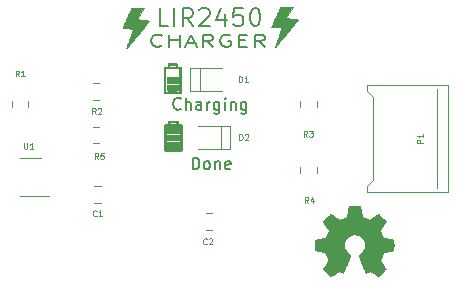
<source format=gbr>
G04 #@! TF.GenerationSoftware,KiCad,Pcbnew,(5.1.2-1)-1*
G04 #@! TF.CreationDate,2021-02-06T10:41:02+01:00*
G04 #@! TF.ProjectId,lir2450-charger,6c697232-3435-4302-9d63-686172676572,1.0.0*
G04 #@! TF.SameCoordinates,Original*
G04 #@! TF.FileFunction,Legend,Top*
G04 #@! TF.FilePolarity,Positive*
%FSLAX46Y46*%
G04 Gerber Fmt 4.6, Leading zero omitted, Abs format (unit mm)*
G04 Created by KiCad (PCBNEW (5.1.2-1)-1) date 2021-02-06 10:41:02*
%MOMM*%
%LPD*%
G04 APERTURE LIST*
%ADD10C,0.150000*%
%ADD11C,0.120000*%
%ADD12C,0.200000*%
%ADD13C,0.010000*%
%ADD14C,0.100000*%
%ADD15C,0.125000*%
G04 APERTURE END LIST*
D10*
X69107142Y-37107142D02*
X69035714Y-37154761D01*
X68821428Y-37202380D01*
X68678571Y-37202380D01*
X68464285Y-37154761D01*
X68321428Y-37059523D01*
X68250000Y-36964285D01*
X68178571Y-36773809D01*
X68178571Y-36630952D01*
X68250000Y-36440476D01*
X68321428Y-36345238D01*
X68464285Y-36250000D01*
X68678571Y-36202380D01*
X68821428Y-36202380D01*
X69035714Y-36250000D01*
X69107142Y-36297619D01*
X69750000Y-37202380D02*
X69750000Y-36202380D01*
X69750000Y-36678571D02*
X70607142Y-36678571D01*
X70607142Y-37202380D02*
X70607142Y-36202380D01*
X71250000Y-36916666D02*
X71964285Y-36916666D01*
X71107142Y-37202380D02*
X71607142Y-36202380D01*
X72107142Y-37202380D01*
X73464285Y-37202380D02*
X72964285Y-36726190D01*
X72607142Y-37202380D02*
X72607142Y-36202380D01*
X73178571Y-36202380D01*
X73321428Y-36250000D01*
X73392857Y-36297619D01*
X73464285Y-36392857D01*
X73464285Y-36535714D01*
X73392857Y-36630952D01*
X73321428Y-36678571D01*
X73178571Y-36726190D01*
X72607142Y-36726190D01*
X74892857Y-36250000D02*
X74750000Y-36202380D01*
X74535714Y-36202380D01*
X74321428Y-36250000D01*
X74178571Y-36345238D01*
X74107142Y-36440476D01*
X74035714Y-36630952D01*
X74035714Y-36773809D01*
X74107142Y-36964285D01*
X74178571Y-37059523D01*
X74321428Y-37154761D01*
X74535714Y-37202380D01*
X74678571Y-37202380D01*
X74892857Y-37154761D01*
X74964285Y-37107142D01*
X74964285Y-36773809D01*
X74678571Y-36773809D01*
X75607142Y-36678571D02*
X76107142Y-36678571D01*
X76321428Y-37202380D02*
X75607142Y-37202380D01*
X75607142Y-36202380D01*
X76321428Y-36202380D01*
X77821428Y-37202380D02*
X77321428Y-36726190D01*
X76964285Y-37202380D02*
X76964285Y-36202380D01*
X77535714Y-36202380D01*
X77678571Y-36250000D01*
X77750000Y-36297619D01*
X77821428Y-36392857D01*
X77821428Y-36535714D01*
X77750000Y-36630952D01*
X77678571Y-36678571D01*
X77535714Y-36726190D01*
X76964285Y-36726190D01*
D11*
X72300000Y-39000000D02*
X72300000Y-41000000D01*
X74100000Y-44000000D02*
X74100000Y-45800000D01*
D10*
X71704761Y-47602380D02*
X71704761Y-46602380D01*
X71942857Y-46602380D01*
X72085714Y-46650000D01*
X72180952Y-46745238D01*
X72228571Y-46840476D01*
X72276190Y-47030952D01*
X72276190Y-47173809D01*
X72228571Y-47364285D01*
X72180952Y-47459523D01*
X72085714Y-47554761D01*
X71942857Y-47602380D01*
X71704761Y-47602380D01*
X72847619Y-47602380D02*
X72752380Y-47554761D01*
X72704761Y-47507142D01*
X72657142Y-47411904D01*
X72657142Y-47126190D01*
X72704761Y-47030952D01*
X72752380Y-46983333D01*
X72847619Y-46935714D01*
X72990476Y-46935714D01*
X73085714Y-46983333D01*
X73133333Y-47030952D01*
X73180952Y-47126190D01*
X73180952Y-47411904D01*
X73133333Y-47507142D01*
X73085714Y-47554761D01*
X72990476Y-47602380D01*
X72847619Y-47602380D01*
X73609523Y-46935714D02*
X73609523Y-47602380D01*
X73609523Y-47030952D02*
X73657142Y-46983333D01*
X73752380Y-46935714D01*
X73895238Y-46935714D01*
X73990476Y-46983333D01*
X74038095Y-47078571D01*
X74038095Y-47602380D01*
X74895238Y-47554761D02*
X74800000Y-47602380D01*
X74609523Y-47602380D01*
X74514285Y-47554761D01*
X74466666Y-47459523D01*
X74466666Y-47078571D01*
X74514285Y-46983333D01*
X74609523Y-46935714D01*
X74800000Y-46935714D01*
X74895238Y-46983333D01*
X74942857Y-47078571D01*
X74942857Y-47173809D01*
X74466666Y-47269047D01*
D12*
X69650000Y-35478571D02*
X68935714Y-35478571D01*
X68935714Y-33978571D01*
X70150000Y-35478571D02*
X70150000Y-33978571D01*
X71721428Y-35478571D02*
X71221428Y-34764285D01*
X70864285Y-35478571D02*
X70864285Y-33978571D01*
X71435714Y-33978571D01*
X71578571Y-34050000D01*
X71650000Y-34121428D01*
X71721428Y-34264285D01*
X71721428Y-34478571D01*
X71650000Y-34621428D01*
X71578571Y-34692857D01*
X71435714Y-34764285D01*
X70864285Y-34764285D01*
X72292857Y-34121428D02*
X72364285Y-34050000D01*
X72507142Y-33978571D01*
X72864285Y-33978571D01*
X73007142Y-34050000D01*
X73078571Y-34121428D01*
X73150000Y-34264285D01*
X73150000Y-34407142D01*
X73078571Y-34621428D01*
X72221428Y-35478571D01*
X73150000Y-35478571D01*
X74435714Y-34478571D02*
X74435714Y-35478571D01*
X74078571Y-33907142D02*
X73721428Y-34978571D01*
X74650000Y-34978571D01*
X75935714Y-33978571D02*
X75221428Y-33978571D01*
X75150000Y-34692857D01*
X75221428Y-34621428D01*
X75364285Y-34550000D01*
X75721428Y-34550000D01*
X75864285Y-34621428D01*
X75935714Y-34692857D01*
X76007142Y-34835714D01*
X76007142Y-35192857D01*
X75935714Y-35335714D01*
X75864285Y-35407142D01*
X75721428Y-35478571D01*
X75364285Y-35478571D01*
X75221428Y-35407142D01*
X75150000Y-35335714D01*
X76935714Y-33978571D02*
X77078571Y-33978571D01*
X77221428Y-34050000D01*
X77292857Y-34121428D01*
X77364285Y-34264285D01*
X77435714Y-34550000D01*
X77435714Y-34907142D01*
X77364285Y-35192857D01*
X77292857Y-35335714D01*
X77221428Y-35407142D01*
X77078571Y-35478571D01*
X76935714Y-35478571D01*
X76792857Y-35407142D01*
X76721428Y-35335714D01*
X76650000Y-35192857D01*
X76578571Y-34907142D01*
X76578571Y-34550000D01*
X76650000Y-34264285D01*
X76721428Y-34121428D01*
X76792857Y-34050000D01*
X76935714Y-33978571D01*
D10*
X70700000Y-42457142D02*
X70652380Y-42504761D01*
X70509523Y-42552380D01*
X70414285Y-42552380D01*
X70271428Y-42504761D01*
X70176190Y-42409523D01*
X70128571Y-42314285D01*
X70080952Y-42123809D01*
X70080952Y-41980952D01*
X70128571Y-41790476D01*
X70176190Y-41695238D01*
X70271428Y-41600000D01*
X70414285Y-41552380D01*
X70509523Y-41552380D01*
X70652380Y-41600000D01*
X70700000Y-41647619D01*
X71128571Y-42552380D02*
X71128571Y-41552380D01*
X71557142Y-42552380D02*
X71557142Y-42028571D01*
X71509523Y-41933333D01*
X71414285Y-41885714D01*
X71271428Y-41885714D01*
X71176190Y-41933333D01*
X71128571Y-41980952D01*
X72461904Y-42552380D02*
X72461904Y-42028571D01*
X72414285Y-41933333D01*
X72319047Y-41885714D01*
X72128571Y-41885714D01*
X72033333Y-41933333D01*
X72461904Y-42504761D02*
X72366666Y-42552380D01*
X72128571Y-42552380D01*
X72033333Y-42504761D01*
X71985714Y-42409523D01*
X71985714Y-42314285D01*
X72033333Y-42219047D01*
X72128571Y-42171428D01*
X72366666Y-42171428D01*
X72461904Y-42123809D01*
X72938095Y-42552380D02*
X72938095Y-41885714D01*
X72938095Y-42076190D02*
X72985714Y-41980952D01*
X73033333Y-41933333D01*
X73128571Y-41885714D01*
X73223809Y-41885714D01*
X73985714Y-41885714D02*
X73985714Y-42695238D01*
X73938095Y-42790476D01*
X73890476Y-42838095D01*
X73795238Y-42885714D01*
X73652380Y-42885714D01*
X73557142Y-42838095D01*
X73985714Y-42504761D02*
X73890476Y-42552380D01*
X73700000Y-42552380D01*
X73604761Y-42504761D01*
X73557142Y-42457142D01*
X73509523Y-42361904D01*
X73509523Y-42076190D01*
X73557142Y-41980952D01*
X73604761Y-41933333D01*
X73700000Y-41885714D01*
X73890476Y-41885714D01*
X73985714Y-41933333D01*
X74461904Y-42552380D02*
X74461904Y-41885714D01*
X74461904Y-41552380D02*
X74414285Y-41600000D01*
X74461904Y-41647619D01*
X74509523Y-41600000D01*
X74461904Y-41552380D01*
X74461904Y-41647619D01*
X74938095Y-41885714D02*
X74938095Y-42552380D01*
X74938095Y-41980952D02*
X74985714Y-41933333D01*
X75080952Y-41885714D01*
X75223809Y-41885714D01*
X75319047Y-41933333D01*
X75366666Y-42028571D01*
X75366666Y-42552380D01*
X76271428Y-41885714D02*
X76271428Y-42695238D01*
X76223809Y-42790476D01*
X76176190Y-42838095D01*
X76080952Y-42885714D01*
X75938095Y-42885714D01*
X75842857Y-42838095D01*
X76271428Y-42504761D02*
X76176190Y-42552380D01*
X75985714Y-42552380D01*
X75890476Y-42504761D01*
X75842857Y-42457142D01*
X75795238Y-42361904D01*
X75795238Y-42076190D01*
X75842857Y-41980952D01*
X75890476Y-41933333D01*
X75985714Y-41885714D01*
X76176190Y-41885714D01*
X76271428Y-41933333D01*
D13*
G36*
X85955814Y-51168931D02*
G01*
X86039635Y-51613555D01*
X86348920Y-51741053D01*
X86658206Y-51868551D01*
X87029246Y-51616246D01*
X87133157Y-51545996D01*
X87227087Y-51483272D01*
X87306652Y-51430938D01*
X87367470Y-51391857D01*
X87405157Y-51368893D01*
X87415421Y-51363942D01*
X87433910Y-51376676D01*
X87473420Y-51411882D01*
X87529522Y-51465062D01*
X87597787Y-51531718D01*
X87673786Y-51607354D01*
X87753092Y-51687472D01*
X87831275Y-51767574D01*
X87903907Y-51843164D01*
X87966559Y-51909745D01*
X88014803Y-51962818D01*
X88044210Y-51997887D01*
X88051241Y-52009623D01*
X88041123Y-52031260D01*
X88012759Y-52078662D01*
X87969129Y-52147193D01*
X87913218Y-52232215D01*
X87848006Y-52329093D01*
X87810219Y-52384350D01*
X87741343Y-52485248D01*
X87680140Y-52576299D01*
X87629578Y-52652970D01*
X87592628Y-52710728D01*
X87572258Y-52745043D01*
X87569197Y-52752254D01*
X87576136Y-52772748D01*
X87595051Y-52820513D01*
X87623087Y-52888832D01*
X87657391Y-52970989D01*
X87695109Y-53060270D01*
X87733387Y-53149958D01*
X87769370Y-53233338D01*
X87800206Y-53303694D01*
X87823039Y-53354310D01*
X87835017Y-53378471D01*
X87835724Y-53379422D01*
X87854531Y-53384036D01*
X87904618Y-53394328D01*
X87980793Y-53409287D01*
X88077865Y-53427901D01*
X88190643Y-53449159D01*
X88256442Y-53461418D01*
X88376950Y-53484362D01*
X88485797Y-53506195D01*
X88577476Y-53525722D01*
X88646481Y-53541748D01*
X88687304Y-53553079D01*
X88695511Y-53556674D01*
X88703548Y-53581006D01*
X88710033Y-53635959D01*
X88714970Y-53715108D01*
X88718364Y-53812026D01*
X88720218Y-53920287D01*
X88720538Y-54033465D01*
X88719327Y-54145135D01*
X88716590Y-54248868D01*
X88712331Y-54338241D01*
X88706555Y-54406826D01*
X88699267Y-54448197D01*
X88694895Y-54456810D01*
X88668764Y-54467133D01*
X88613393Y-54481892D01*
X88536107Y-54499352D01*
X88444230Y-54517780D01*
X88412158Y-54523741D01*
X88257524Y-54552066D01*
X88135375Y-54574876D01*
X88041673Y-54593080D01*
X87972384Y-54607583D01*
X87923471Y-54619292D01*
X87890897Y-54629115D01*
X87870628Y-54637956D01*
X87858626Y-54646724D01*
X87856947Y-54648457D01*
X87840184Y-54676371D01*
X87814614Y-54730695D01*
X87782788Y-54804777D01*
X87747260Y-54891965D01*
X87710583Y-54985608D01*
X87675311Y-55079052D01*
X87643996Y-55165647D01*
X87619193Y-55238740D01*
X87603454Y-55291678D01*
X87599332Y-55317811D01*
X87599676Y-55318726D01*
X87613641Y-55340086D01*
X87645322Y-55387084D01*
X87691391Y-55454827D01*
X87748518Y-55538423D01*
X87813373Y-55632982D01*
X87831843Y-55659854D01*
X87897699Y-55757275D01*
X87955650Y-55846163D01*
X88002538Y-55921412D01*
X88035207Y-55977920D01*
X88050500Y-56010581D01*
X88051241Y-56014593D01*
X88038392Y-56035684D01*
X88002888Y-56077464D01*
X87949293Y-56135445D01*
X87882171Y-56205135D01*
X87806087Y-56282045D01*
X87725604Y-56361683D01*
X87645287Y-56439561D01*
X87569699Y-56511186D01*
X87503405Y-56572070D01*
X87450969Y-56617721D01*
X87416955Y-56643650D01*
X87407545Y-56647883D01*
X87385643Y-56637912D01*
X87340800Y-56611020D01*
X87280321Y-56571736D01*
X87233789Y-56540117D01*
X87149475Y-56482098D01*
X87049626Y-56413784D01*
X86949473Y-56345579D01*
X86895627Y-56309075D01*
X86713371Y-56185800D01*
X86560381Y-56268520D01*
X86490682Y-56304759D01*
X86431414Y-56332926D01*
X86391311Y-56348991D01*
X86381103Y-56351226D01*
X86368829Y-56334722D01*
X86344613Y-56288082D01*
X86310263Y-56215609D01*
X86267588Y-56121606D01*
X86218394Y-56010374D01*
X86164490Y-55886215D01*
X86107684Y-55753432D01*
X86049782Y-55616327D01*
X85992593Y-55479202D01*
X85937924Y-55346358D01*
X85887584Y-55222098D01*
X85843380Y-55110725D01*
X85807119Y-55016539D01*
X85780609Y-54943844D01*
X85765658Y-54896941D01*
X85763254Y-54880833D01*
X85782311Y-54860286D01*
X85824036Y-54826933D01*
X85879706Y-54787702D01*
X85884378Y-54784599D01*
X86028264Y-54669423D01*
X86144283Y-54535053D01*
X86231430Y-54385784D01*
X86288699Y-54225913D01*
X86315086Y-54059737D01*
X86309585Y-53891552D01*
X86271190Y-53725655D01*
X86198895Y-53566342D01*
X86177626Y-53531487D01*
X86066996Y-53390737D01*
X85936302Y-53277714D01*
X85790064Y-53193003D01*
X85632808Y-53137194D01*
X85469057Y-53110874D01*
X85303333Y-53114630D01*
X85140162Y-53149050D01*
X84984065Y-53214723D01*
X84839567Y-53312235D01*
X84794869Y-53351813D01*
X84681112Y-53475703D01*
X84598218Y-53606124D01*
X84541356Y-53752315D01*
X84509687Y-53897088D01*
X84501869Y-54059860D01*
X84527938Y-54223440D01*
X84585245Y-54382298D01*
X84671144Y-54530906D01*
X84782986Y-54663735D01*
X84918123Y-54775256D01*
X84935883Y-54787011D01*
X84992150Y-54825508D01*
X85034923Y-54858863D01*
X85055372Y-54880160D01*
X85055669Y-54880833D01*
X85051279Y-54903871D01*
X85033876Y-54956157D01*
X85005268Y-55033390D01*
X84967265Y-55131268D01*
X84921674Y-55245491D01*
X84870303Y-55371758D01*
X84814962Y-55505767D01*
X84757458Y-55643218D01*
X84699601Y-55779808D01*
X84643198Y-55911237D01*
X84590058Y-56033205D01*
X84541990Y-56141409D01*
X84500801Y-56231549D01*
X84468301Y-56299323D01*
X84446297Y-56340430D01*
X84437436Y-56351226D01*
X84410360Y-56342819D01*
X84359697Y-56320272D01*
X84294183Y-56287613D01*
X84258159Y-56268520D01*
X84105168Y-56185800D01*
X83922912Y-56309075D01*
X83829875Y-56372228D01*
X83728015Y-56441727D01*
X83632562Y-56507165D01*
X83584750Y-56540117D01*
X83517505Y-56585273D01*
X83460564Y-56621057D01*
X83421354Y-56642938D01*
X83408619Y-56647563D01*
X83390083Y-56635085D01*
X83349059Y-56600252D01*
X83289525Y-56546678D01*
X83215458Y-56477983D01*
X83130835Y-56397781D01*
X83077315Y-56346286D01*
X82983681Y-56254286D01*
X82902759Y-56171999D01*
X82837823Y-56102945D01*
X82792142Y-56050644D01*
X82768989Y-56018616D01*
X82766768Y-56012116D01*
X82777076Y-55987394D01*
X82805561Y-55937405D01*
X82849063Y-55867212D01*
X82904423Y-55781875D01*
X82968480Y-55686456D01*
X82986697Y-55659854D01*
X83053073Y-55563167D01*
X83112622Y-55476117D01*
X83162016Y-55403595D01*
X83197925Y-55350493D01*
X83217019Y-55321703D01*
X83218864Y-55318726D01*
X83216105Y-55295782D01*
X83201462Y-55245336D01*
X83177487Y-55174041D01*
X83146734Y-55088547D01*
X83111756Y-54995507D01*
X83075107Y-54901574D01*
X83039339Y-54813399D01*
X83007006Y-54737634D01*
X82980662Y-54680931D01*
X82962858Y-54649943D01*
X82961593Y-54648457D01*
X82950706Y-54639601D01*
X82932318Y-54630843D01*
X82902394Y-54621277D01*
X82856897Y-54609996D01*
X82791791Y-54596093D01*
X82703039Y-54578663D01*
X82586607Y-54556798D01*
X82438458Y-54529591D01*
X82406382Y-54523741D01*
X82311314Y-54505374D01*
X82228435Y-54487405D01*
X82165070Y-54471569D01*
X82128542Y-54459600D01*
X82123644Y-54456810D01*
X82115573Y-54432072D01*
X82109013Y-54376790D01*
X82103967Y-54297389D01*
X82100441Y-54200296D01*
X82098439Y-54091938D01*
X82097964Y-53978740D01*
X82099023Y-53867128D01*
X82101618Y-53763529D01*
X82105754Y-53674368D01*
X82111437Y-53606072D01*
X82118669Y-53565066D01*
X82123029Y-53556674D01*
X82147302Y-53548208D01*
X82202574Y-53534435D01*
X82283338Y-53516550D01*
X82384088Y-53495748D01*
X82499317Y-53473223D01*
X82562098Y-53461418D01*
X82681213Y-53439151D01*
X82787435Y-53418979D01*
X82875573Y-53401915D01*
X82940434Y-53388969D01*
X82976826Y-53381155D01*
X82982816Y-53379422D01*
X82992939Y-53359890D01*
X83014338Y-53312843D01*
X83044161Y-53245003D01*
X83079555Y-53163091D01*
X83117668Y-53073828D01*
X83155647Y-52983935D01*
X83190640Y-52900135D01*
X83219794Y-52829147D01*
X83240257Y-52777694D01*
X83249177Y-52752497D01*
X83249343Y-52751396D01*
X83239231Y-52731519D01*
X83210883Y-52685777D01*
X83167277Y-52618717D01*
X83111394Y-52534884D01*
X83046213Y-52438826D01*
X83008321Y-52383650D01*
X82939275Y-52282481D01*
X82877950Y-52190630D01*
X82827337Y-52112744D01*
X82790429Y-52053469D01*
X82770218Y-52017451D01*
X82767299Y-52009377D01*
X82779847Y-51990584D01*
X82814537Y-51950457D01*
X82866937Y-51893493D01*
X82932616Y-51824185D01*
X83007144Y-51747031D01*
X83086087Y-51666525D01*
X83165017Y-51587163D01*
X83239500Y-51513440D01*
X83305106Y-51449852D01*
X83357404Y-51400894D01*
X83391961Y-51371061D01*
X83403522Y-51363942D01*
X83422346Y-51373953D01*
X83467369Y-51402078D01*
X83534213Y-51445454D01*
X83618501Y-51501218D01*
X83715856Y-51566506D01*
X83789293Y-51616246D01*
X84160333Y-51868551D01*
X84778905Y-51613555D01*
X84862725Y-51168931D01*
X84946546Y-50724307D01*
X85871994Y-50724307D01*
X85955814Y-51168931D01*
X85955814Y-51168931D01*
G37*
X85955814Y-51168931D02*
X86039635Y-51613555D01*
X86348920Y-51741053D01*
X86658206Y-51868551D01*
X87029246Y-51616246D01*
X87133157Y-51545996D01*
X87227087Y-51483272D01*
X87306652Y-51430938D01*
X87367470Y-51391857D01*
X87405157Y-51368893D01*
X87415421Y-51363942D01*
X87433910Y-51376676D01*
X87473420Y-51411882D01*
X87529522Y-51465062D01*
X87597787Y-51531718D01*
X87673786Y-51607354D01*
X87753092Y-51687472D01*
X87831275Y-51767574D01*
X87903907Y-51843164D01*
X87966559Y-51909745D01*
X88014803Y-51962818D01*
X88044210Y-51997887D01*
X88051241Y-52009623D01*
X88041123Y-52031260D01*
X88012759Y-52078662D01*
X87969129Y-52147193D01*
X87913218Y-52232215D01*
X87848006Y-52329093D01*
X87810219Y-52384350D01*
X87741343Y-52485248D01*
X87680140Y-52576299D01*
X87629578Y-52652970D01*
X87592628Y-52710728D01*
X87572258Y-52745043D01*
X87569197Y-52752254D01*
X87576136Y-52772748D01*
X87595051Y-52820513D01*
X87623087Y-52888832D01*
X87657391Y-52970989D01*
X87695109Y-53060270D01*
X87733387Y-53149958D01*
X87769370Y-53233338D01*
X87800206Y-53303694D01*
X87823039Y-53354310D01*
X87835017Y-53378471D01*
X87835724Y-53379422D01*
X87854531Y-53384036D01*
X87904618Y-53394328D01*
X87980793Y-53409287D01*
X88077865Y-53427901D01*
X88190643Y-53449159D01*
X88256442Y-53461418D01*
X88376950Y-53484362D01*
X88485797Y-53506195D01*
X88577476Y-53525722D01*
X88646481Y-53541748D01*
X88687304Y-53553079D01*
X88695511Y-53556674D01*
X88703548Y-53581006D01*
X88710033Y-53635959D01*
X88714970Y-53715108D01*
X88718364Y-53812026D01*
X88720218Y-53920287D01*
X88720538Y-54033465D01*
X88719327Y-54145135D01*
X88716590Y-54248868D01*
X88712331Y-54338241D01*
X88706555Y-54406826D01*
X88699267Y-54448197D01*
X88694895Y-54456810D01*
X88668764Y-54467133D01*
X88613393Y-54481892D01*
X88536107Y-54499352D01*
X88444230Y-54517780D01*
X88412158Y-54523741D01*
X88257524Y-54552066D01*
X88135375Y-54574876D01*
X88041673Y-54593080D01*
X87972384Y-54607583D01*
X87923471Y-54619292D01*
X87890897Y-54629115D01*
X87870628Y-54637956D01*
X87858626Y-54646724D01*
X87856947Y-54648457D01*
X87840184Y-54676371D01*
X87814614Y-54730695D01*
X87782788Y-54804777D01*
X87747260Y-54891965D01*
X87710583Y-54985608D01*
X87675311Y-55079052D01*
X87643996Y-55165647D01*
X87619193Y-55238740D01*
X87603454Y-55291678D01*
X87599332Y-55317811D01*
X87599676Y-55318726D01*
X87613641Y-55340086D01*
X87645322Y-55387084D01*
X87691391Y-55454827D01*
X87748518Y-55538423D01*
X87813373Y-55632982D01*
X87831843Y-55659854D01*
X87897699Y-55757275D01*
X87955650Y-55846163D01*
X88002538Y-55921412D01*
X88035207Y-55977920D01*
X88050500Y-56010581D01*
X88051241Y-56014593D01*
X88038392Y-56035684D01*
X88002888Y-56077464D01*
X87949293Y-56135445D01*
X87882171Y-56205135D01*
X87806087Y-56282045D01*
X87725604Y-56361683D01*
X87645287Y-56439561D01*
X87569699Y-56511186D01*
X87503405Y-56572070D01*
X87450969Y-56617721D01*
X87416955Y-56643650D01*
X87407545Y-56647883D01*
X87385643Y-56637912D01*
X87340800Y-56611020D01*
X87280321Y-56571736D01*
X87233789Y-56540117D01*
X87149475Y-56482098D01*
X87049626Y-56413784D01*
X86949473Y-56345579D01*
X86895627Y-56309075D01*
X86713371Y-56185800D01*
X86560381Y-56268520D01*
X86490682Y-56304759D01*
X86431414Y-56332926D01*
X86391311Y-56348991D01*
X86381103Y-56351226D01*
X86368829Y-56334722D01*
X86344613Y-56288082D01*
X86310263Y-56215609D01*
X86267588Y-56121606D01*
X86218394Y-56010374D01*
X86164490Y-55886215D01*
X86107684Y-55753432D01*
X86049782Y-55616327D01*
X85992593Y-55479202D01*
X85937924Y-55346358D01*
X85887584Y-55222098D01*
X85843380Y-55110725D01*
X85807119Y-55016539D01*
X85780609Y-54943844D01*
X85765658Y-54896941D01*
X85763254Y-54880833D01*
X85782311Y-54860286D01*
X85824036Y-54826933D01*
X85879706Y-54787702D01*
X85884378Y-54784599D01*
X86028264Y-54669423D01*
X86144283Y-54535053D01*
X86231430Y-54385784D01*
X86288699Y-54225913D01*
X86315086Y-54059737D01*
X86309585Y-53891552D01*
X86271190Y-53725655D01*
X86198895Y-53566342D01*
X86177626Y-53531487D01*
X86066996Y-53390737D01*
X85936302Y-53277714D01*
X85790064Y-53193003D01*
X85632808Y-53137194D01*
X85469057Y-53110874D01*
X85303333Y-53114630D01*
X85140162Y-53149050D01*
X84984065Y-53214723D01*
X84839567Y-53312235D01*
X84794869Y-53351813D01*
X84681112Y-53475703D01*
X84598218Y-53606124D01*
X84541356Y-53752315D01*
X84509687Y-53897088D01*
X84501869Y-54059860D01*
X84527938Y-54223440D01*
X84585245Y-54382298D01*
X84671144Y-54530906D01*
X84782986Y-54663735D01*
X84918123Y-54775256D01*
X84935883Y-54787011D01*
X84992150Y-54825508D01*
X85034923Y-54858863D01*
X85055372Y-54880160D01*
X85055669Y-54880833D01*
X85051279Y-54903871D01*
X85033876Y-54956157D01*
X85005268Y-55033390D01*
X84967265Y-55131268D01*
X84921674Y-55245491D01*
X84870303Y-55371758D01*
X84814962Y-55505767D01*
X84757458Y-55643218D01*
X84699601Y-55779808D01*
X84643198Y-55911237D01*
X84590058Y-56033205D01*
X84541990Y-56141409D01*
X84500801Y-56231549D01*
X84468301Y-56299323D01*
X84446297Y-56340430D01*
X84437436Y-56351226D01*
X84410360Y-56342819D01*
X84359697Y-56320272D01*
X84294183Y-56287613D01*
X84258159Y-56268520D01*
X84105168Y-56185800D01*
X83922912Y-56309075D01*
X83829875Y-56372228D01*
X83728015Y-56441727D01*
X83632562Y-56507165D01*
X83584750Y-56540117D01*
X83517505Y-56585273D01*
X83460564Y-56621057D01*
X83421354Y-56642938D01*
X83408619Y-56647563D01*
X83390083Y-56635085D01*
X83349059Y-56600252D01*
X83289525Y-56546678D01*
X83215458Y-56477983D01*
X83130835Y-56397781D01*
X83077315Y-56346286D01*
X82983681Y-56254286D01*
X82902759Y-56171999D01*
X82837823Y-56102945D01*
X82792142Y-56050644D01*
X82768989Y-56018616D01*
X82766768Y-56012116D01*
X82777076Y-55987394D01*
X82805561Y-55937405D01*
X82849063Y-55867212D01*
X82904423Y-55781875D01*
X82968480Y-55686456D01*
X82986697Y-55659854D01*
X83053073Y-55563167D01*
X83112622Y-55476117D01*
X83162016Y-55403595D01*
X83197925Y-55350493D01*
X83217019Y-55321703D01*
X83218864Y-55318726D01*
X83216105Y-55295782D01*
X83201462Y-55245336D01*
X83177487Y-55174041D01*
X83146734Y-55088547D01*
X83111756Y-54995507D01*
X83075107Y-54901574D01*
X83039339Y-54813399D01*
X83007006Y-54737634D01*
X82980662Y-54680931D01*
X82962858Y-54649943D01*
X82961593Y-54648457D01*
X82950706Y-54639601D01*
X82932318Y-54630843D01*
X82902394Y-54621277D01*
X82856897Y-54609996D01*
X82791791Y-54596093D01*
X82703039Y-54578663D01*
X82586607Y-54556798D01*
X82438458Y-54529591D01*
X82406382Y-54523741D01*
X82311314Y-54505374D01*
X82228435Y-54487405D01*
X82165070Y-54471569D01*
X82128542Y-54459600D01*
X82123644Y-54456810D01*
X82115573Y-54432072D01*
X82109013Y-54376790D01*
X82103967Y-54297389D01*
X82100441Y-54200296D01*
X82098439Y-54091938D01*
X82097964Y-53978740D01*
X82099023Y-53867128D01*
X82101618Y-53763529D01*
X82105754Y-53674368D01*
X82111437Y-53606072D01*
X82118669Y-53565066D01*
X82123029Y-53556674D01*
X82147302Y-53548208D01*
X82202574Y-53534435D01*
X82283338Y-53516550D01*
X82384088Y-53495748D01*
X82499317Y-53473223D01*
X82562098Y-53461418D01*
X82681213Y-53439151D01*
X82787435Y-53418979D01*
X82875573Y-53401915D01*
X82940434Y-53388969D01*
X82976826Y-53381155D01*
X82982816Y-53379422D01*
X82992939Y-53359890D01*
X83014338Y-53312843D01*
X83044161Y-53245003D01*
X83079555Y-53163091D01*
X83117668Y-53073828D01*
X83155647Y-52983935D01*
X83190640Y-52900135D01*
X83219794Y-52829147D01*
X83240257Y-52777694D01*
X83249177Y-52752497D01*
X83249343Y-52751396D01*
X83239231Y-52731519D01*
X83210883Y-52685777D01*
X83167277Y-52618717D01*
X83111394Y-52534884D01*
X83046213Y-52438826D01*
X83008321Y-52383650D01*
X82939275Y-52282481D01*
X82877950Y-52190630D01*
X82827337Y-52112744D01*
X82790429Y-52053469D01*
X82770218Y-52017451D01*
X82767299Y-52009377D01*
X82779847Y-51990584D01*
X82814537Y-51950457D01*
X82866937Y-51893493D01*
X82932616Y-51824185D01*
X83007144Y-51747031D01*
X83086087Y-51666525D01*
X83165017Y-51587163D01*
X83239500Y-51513440D01*
X83305106Y-51449852D01*
X83357404Y-51400894D01*
X83391961Y-51371061D01*
X83403522Y-51363942D01*
X83422346Y-51373953D01*
X83467369Y-51402078D01*
X83534213Y-51445454D01*
X83618501Y-51501218D01*
X83715856Y-51566506D01*
X83789293Y-51616246D01*
X84160333Y-51868551D01*
X84778905Y-51613555D01*
X84862725Y-51168931D01*
X84946546Y-50724307D01*
X85871994Y-50724307D01*
X85955814Y-51168931D01*
G36*
X69555044Y-44217332D02*
G01*
X69556280Y-44156364D01*
X69558706Y-44113520D01*
X69562623Y-44085162D01*
X69568333Y-44067657D01*
X69574657Y-44058758D01*
X69582579Y-44053437D01*
X69596274Y-44049137D01*
X69618225Y-44045751D01*
X69650916Y-44043176D01*
X69696834Y-44041307D01*
X69758461Y-44040040D01*
X69838283Y-44039270D01*
X69938784Y-44038892D01*
X70048938Y-44038800D01*
X70168804Y-44038871D01*
X70265826Y-44039168D01*
X70342564Y-44039814D01*
X70401572Y-44040936D01*
X70445410Y-44042657D01*
X70476634Y-44045104D01*
X70497801Y-44048401D01*
X70511468Y-44052673D01*
X70520193Y-44058044D01*
X70524281Y-44062026D01*
X70532116Y-44074073D01*
X70537776Y-44092788D01*
X70541593Y-44121973D01*
X70543899Y-44165430D01*
X70545023Y-44226961D01*
X70545300Y-44303326D01*
X70545300Y-44521400D01*
X69554700Y-44521400D01*
X69554700Y-44300058D01*
X69555044Y-44217332D01*
X69555044Y-44217332D01*
G37*
X69555044Y-44217332D02*
X69556280Y-44156364D01*
X69558706Y-44113520D01*
X69562623Y-44085162D01*
X69568333Y-44067657D01*
X69574657Y-44058758D01*
X69582579Y-44053437D01*
X69596274Y-44049137D01*
X69618225Y-44045751D01*
X69650916Y-44043176D01*
X69696834Y-44041307D01*
X69758461Y-44040040D01*
X69838283Y-44039270D01*
X69938784Y-44038892D01*
X70048938Y-44038800D01*
X70168804Y-44038871D01*
X70265826Y-44039168D01*
X70342564Y-44039814D01*
X70401572Y-44040936D01*
X70445410Y-44042657D01*
X70476634Y-44045104D01*
X70497801Y-44048401D01*
X70511468Y-44052673D01*
X70520193Y-44058044D01*
X70524281Y-44062026D01*
X70532116Y-44074073D01*
X70537776Y-44092788D01*
X70541593Y-44121973D01*
X70543899Y-44165430D01*
X70545023Y-44226961D01*
X70545300Y-44303326D01*
X70545300Y-44521400D01*
X69554700Y-44521400D01*
X69554700Y-44300058D01*
X69555044Y-44217332D01*
G36*
X70545300Y-44673800D02*
G01*
X70545300Y-45156400D01*
X69554700Y-45156400D01*
X69554700Y-44673800D01*
X70545300Y-44673800D01*
X70545300Y-44673800D01*
G37*
X70545300Y-44673800D02*
X70545300Y-45156400D01*
X69554700Y-45156400D01*
X69554700Y-44673800D01*
X70545300Y-44673800D01*
G36*
X69554700Y-45308800D02*
G01*
X70545300Y-45308800D01*
X70545300Y-45522732D01*
X70545046Y-45602222D01*
X70544028Y-45660215D01*
X70541860Y-45700615D01*
X70538157Y-45727322D01*
X70532532Y-45744238D01*
X70524600Y-45755264D01*
X70522074Y-45757682D01*
X70513710Y-45763276D01*
X70500555Y-45767793D01*
X70480068Y-45771345D01*
X70449706Y-45774045D01*
X70406929Y-45776006D01*
X70349192Y-45777339D01*
X70273956Y-45778158D01*
X70178676Y-45778574D01*
X70060812Y-45778700D01*
X70046732Y-45778700D01*
X69925816Y-45778585D01*
X69827809Y-45778170D01*
X69750219Y-45777349D01*
X69690555Y-45776016D01*
X69646327Y-45774068D01*
X69615043Y-45771398D01*
X69594213Y-45767900D01*
X69581346Y-45763471D01*
X69574657Y-45758743D01*
X69567126Y-45747310D01*
X69561697Y-45727920D01*
X69558056Y-45696881D01*
X69555889Y-45650504D01*
X69554882Y-45585097D01*
X69554699Y-45523793D01*
X69554700Y-45308800D01*
X69554700Y-45308800D01*
G37*
X69554700Y-45308800D02*
X70545300Y-45308800D01*
X70545300Y-45522732D01*
X70545046Y-45602222D01*
X70544028Y-45660215D01*
X70541860Y-45700615D01*
X70538157Y-45727322D01*
X70532532Y-45744238D01*
X70524600Y-45755264D01*
X70522074Y-45757682D01*
X70513710Y-45763276D01*
X70500555Y-45767793D01*
X70480068Y-45771345D01*
X70449706Y-45774045D01*
X70406929Y-45776006D01*
X70349192Y-45777339D01*
X70273956Y-45778158D01*
X70178676Y-45778574D01*
X70060812Y-45778700D01*
X70046732Y-45778700D01*
X69925816Y-45778585D01*
X69827809Y-45778170D01*
X69750219Y-45777349D01*
X69690555Y-45776016D01*
X69646327Y-45774068D01*
X69615043Y-45771398D01*
X69594213Y-45767900D01*
X69581346Y-45763471D01*
X69574657Y-45758743D01*
X69567126Y-45747310D01*
X69561697Y-45727920D01*
X69558056Y-45696881D01*
X69555889Y-45650504D01*
X69554882Y-45585097D01*
X69554699Y-45523793D01*
X69554700Y-45308800D01*
G36*
X69356730Y-43826784D02*
G01*
X69372106Y-43810520D01*
X69388454Y-43799900D01*
X69411576Y-43793460D01*
X69447277Y-43789740D01*
X69501360Y-43787276D01*
X69515480Y-43786785D01*
X69643599Y-43782420D01*
X69643599Y-43646450D01*
X69645151Y-43573587D01*
X69649728Y-43523491D01*
X69657217Y-43497302D01*
X69658840Y-43495240D01*
X69675900Y-43490609D01*
X69714449Y-43486748D01*
X69770584Y-43483658D01*
X69840406Y-43481339D01*
X69920013Y-43479791D01*
X70005505Y-43479014D01*
X70092982Y-43479007D01*
X70178541Y-43479771D01*
X70258284Y-43481306D01*
X70328309Y-43483612D01*
X70384715Y-43486688D01*
X70423602Y-43490535D01*
X70441069Y-43495154D01*
X70441159Y-43495240D01*
X70449152Y-43517075D01*
X70454254Y-43563017D01*
X70456350Y-43631929D01*
X70456400Y-43646450D01*
X70456400Y-43782420D01*
X70584519Y-43786785D01*
X70643162Y-43789172D01*
X70682215Y-43792510D01*
X70707479Y-43798262D01*
X70724760Y-43807890D01*
X70739859Y-43822858D01*
X70743269Y-43826784D01*
X70773900Y-43862417D01*
X70773900Y-45957655D01*
X70742727Y-45988828D01*
X70711554Y-46020000D01*
X69453100Y-46020000D01*
X69453100Y-45893000D01*
X70646900Y-45893000D01*
X70646900Y-43911800D01*
X69770600Y-43911800D01*
X69770600Y-43784800D01*
X70329400Y-43784800D01*
X70329400Y-43607000D01*
X69770600Y-43607000D01*
X69770600Y-43784800D01*
X69770600Y-43911800D01*
X69453100Y-43911800D01*
X69453100Y-45893000D01*
X69453100Y-46020000D01*
X69388445Y-46020000D01*
X69357272Y-45988828D01*
X69326100Y-45957655D01*
X69326100Y-43862417D01*
X69356730Y-43826784D01*
X69356730Y-43826784D01*
G37*
X69356730Y-43826784D02*
X69372106Y-43810520D01*
X69388454Y-43799900D01*
X69411576Y-43793460D01*
X69447277Y-43789740D01*
X69501360Y-43787276D01*
X69515480Y-43786785D01*
X69643599Y-43782420D01*
X69643599Y-43646450D01*
X69645151Y-43573587D01*
X69649728Y-43523491D01*
X69657217Y-43497302D01*
X69658840Y-43495240D01*
X69675900Y-43490609D01*
X69714449Y-43486748D01*
X69770584Y-43483658D01*
X69840406Y-43481339D01*
X69920013Y-43479791D01*
X70005505Y-43479014D01*
X70092982Y-43479007D01*
X70178541Y-43479771D01*
X70258284Y-43481306D01*
X70328309Y-43483612D01*
X70384715Y-43486688D01*
X70423602Y-43490535D01*
X70441069Y-43495154D01*
X70441159Y-43495240D01*
X70449152Y-43517075D01*
X70454254Y-43563017D01*
X70456350Y-43631929D01*
X70456400Y-43646450D01*
X70456400Y-43782420D01*
X70584519Y-43786785D01*
X70643162Y-43789172D01*
X70682215Y-43792510D01*
X70707479Y-43798262D01*
X70724760Y-43807890D01*
X70739859Y-43822858D01*
X70743269Y-43826784D01*
X70773900Y-43862417D01*
X70773900Y-45957655D01*
X70742727Y-45988828D01*
X70711554Y-46020000D01*
X69453100Y-46020000D01*
X69453100Y-45893000D01*
X70646900Y-45893000D01*
X70646900Y-43911800D01*
X69770600Y-43911800D01*
X69770600Y-43784800D01*
X70329400Y-43784800D01*
X70329400Y-43607000D01*
X69770600Y-43607000D01*
X69770600Y-43784800D01*
X69770600Y-43911800D01*
X69453100Y-43911800D01*
X69453100Y-45893000D01*
X69453100Y-46020000D01*
X69388445Y-46020000D01*
X69357272Y-45988828D01*
X69326100Y-45957655D01*
X69326100Y-43862417D01*
X69356730Y-43826784D01*
G36*
X70495300Y-39823800D02*
G01*
X70495300Y-40306400D01*
X69504700Y-40306400D01*
X69504700Y-39823800D01*
X70495300Y-39823800D01*
X70495300Y-39823800D01*
G37*
X70495300Y-39823800D02*
X70495300Y-40306400D01*
X69504700Y-40306400D01*
X69504700Y-39823800D01*
X70495300Y-39823800D01*
G36*
X69504700Y-40458800D02*
G01*
X70495300Y-40458800D01*
X70495300Y-40672732D01*
X70495046Y-40752222D01*
X70494028Y-40810215D01*
X70491860Y-40850615D01*
X70488157Y-40877322D01*
X70482532Y-40894238D01*
X70474600Y-40905264D01*
X70472074Y-40907682D01*
X70463700Y-40913282D01*
X70450532Y-40917802D01*
X70430025Y-40921356D01*
X70399632Y-40924056D01*
X70356810Y-40926016D01*
X70299012Y-40927347D01*
X70223693Y-40928163D01*
X70128308Y-40928576D01*
X70010312Y-40928700D01*
X69997793Y-40928700D01*
X69878396Y-40928629D01*
X69781832Y-40928329D01*
X69705534Y-40927675D01*
X69646934Y-40926541D01*
X69603464Y-40924800D01*
X69572559Y-40922327D01*
X69551650Y-40918993D01*
X69538171Y-40914675D01*
X69529554Y-40909244D01*
X69525718Y-40905475D01*
X69517774Y-40893230D01*
X69512068Y-40874201D01*
X69508255Y-40844522D01*
X69505987Y-40800328D01*
X69504921Y-40737754D01*
X69504699Y-40670525D01*
X69504700Y-40458800D01*
X69504700Y-40458800D01*
G37*
X69504700Y-40458800D02*
X70495300Y-40458800D01*
X70495300Y-40672732D01*
X70495046Y-40752222D01*
X70494028Y-40810215D01*
X70491860Y-40850615D01*
X70488157Y-40877322D01*
X70482532Y-40894238D01*
X70474600Y-40905264D01*
X70472074Y-40907682D01*
X70463700Y-40913282D01*
X70450532Y-40917802D01*
X70430025Y-40921356D01*
X70399632Y-40924056D01*
X70356810Y-40926016D01*
X70299012Y-40927347D01*
X70223693Y-40928163D01*
X70128308Y-40928576D01*
X70010312Y-40928700D01*
X69997793Y-40928700D01*
X69878396Y-40928629D01*
X69781832Y-40928329D01*
X69705534Y-40927675D01*
X69646934Y-40926541D01*
X69603464Y-40924800D01*
X69572559Y-40922327D01*
X69551650Y-40918993D01*
X69538171Y-40914675D01*
X69529554Y-40909244D01*
X69525718Y-40905475D01*
X69517774Y-40893230D01*
X69512068Y-40874201D01*
X69508255Y-40844522D01*
X69505987Y-40800328D01*
X69504921Y-40737754D01*
X69504699Y-40670525D01*
X69504700Y-40458800D01*
G36*
X69306730Y-38976784D02*
G01*
X69322106Y-38960520D01*
X69338454Y-38949900D01*
X69361576Y-38943460D01*
X69397277Y-38939740D01*
X69451360Y-38937276D01*
X69465480Y-38936785D01*
X69593599Y-38932420D01*
X69593599Y-38796450D01*
X69595151Y-38723587D01*
X69599728Y-38673491D01*
X69607217Y-38647302D01*
X69608840Y-38645240D01*
X69625900Y-38640609D01*
X69664449Y-38636748D01*
X69720584Y-38633658D01*
X69790406Y-38631339D01*
X69870013Y-38629791D01*
X69955505Y-38629014D01*
X70042982Y-38629007D01*
X70128541Y-38629771D01*
X70208284Y-38631306D01*
X70278309Y-38633612D01*
X70334715Y-38636688D01*
X70373602Y-38640535D01*
X70391069Y-38645154D01*
X70391159Y-38645240D01*
X70399152Y-38667075D01*
X70404254Y-38713017D01*
X70406350Y-38781929D01*
X70406400Y-38796450D01*
X70406400Y-38932420D01*
X70534519Y-38936785D01*
X70593162Y-38939172D01*
X70632215Y-38942510D01*
X70657479Y-38948262D01*
X70674760Y-38957890D01*
X70689859Y-38972858D01*
X70693269Y-38976784D01*
X70723900Y-39012417D01*
X70723900Y-41107655D01*
X70692727Y-41138828D01*
X70661554Y-41170000D01*
X69403100Y-41170000D01*
X69403100Y-41043000D01*
X70596900Y-41043000D01*
X70596900Y-39061800D01*
X69720600Y-39061800D01*
X69720600Y-38934800D01*
X70279400Y-38934800D01*
X70279400Y-38757000D01*
X69720600Y-38757000D01*
X69720600Y-38934800D01*
X69720600Y-39061800D01*
X69403100Y-39061800D01*
X69403100Y-41043000D01*
X69403100Y-41170000D01*
X69338445Y-41170000D01*
X69307272Y-41138828D01*
X69276100Y-41107655D01*
X69276100Y-39012417D01*
X69306730Y-38976784D01*
X69306730Y-38976784D01*
G37*
X69306730Y-38976784D02*
X69322106Y-38960520D01*
X69338454Y-38949900D01*
X69361576Y-38943460D01*
X69397277Y-38939740D01*
X69451360Y-38937276D01*
X69465480Y-38936785D01*
X69593599Y-38932420D01*
X69593599Y-38796450D01*
X69595151Y-38723587D01*
X69599728Y-38673491D01*
X69607217Y-38647302D01*
X69608840Y-38645240D01*
X69625900Y-38640609D01*
X69664449Y-38636748D01*
X69720584Y-38633658D01*
X69790406Y-38631339D01*
X69870013Y-38629791D01*
X69955505Y-38629014D01*
X70042982Y-38629007D01*
X70128541Y-38629771D01*
X70208284Y-38631306D01*
X70278309Y-38633612D01*
X70334715Y-38636688D01*
X70373602Y-38640535D01*
X70391069Y-38645154D01*
X70391159Y-38645240D01*
X70399152Y-38667075D01*
X70404254Y-38713017D01*
X70406350Y-38781929D01*
X70406400Y-38796450D01*
X70406400Y-38932420D01*
X70534519Y-38936785D01*
X70593162Y-38939172D01*
X70632215Y-38942510D01*
X70657479Y-38948262D01*
X70674760Y-38957890D01*
X70689859Y-38972858D01*
X70693269Y-38976784D01*
X70723900Y-39012417D01*
X70723900Y-41107655D01*
X70692727Y-41138828D01*
X70661554Y-41170000D01*
X69403100Y-41170000D01*
X69403100Y-41043000D01*
X70596900Y-41043000D01*
X70596900Y-39061800D01*
X69720600Y-39061800D01*
X69720600Y-38934800D01*
X70279400Y-38934800D01*
X70279400Y-38757000D01*
X69720600Y-38757000D01*
X69720600Y-38934800D01*
X69720600Y-39061800D01*
X69403100Y-39061800D01*
X69403100Y-41043000D01*
X69403100Y-41170000D01*
X69338445Y-41170000D01*
X69307272Y-41138828D01*
X69276100Y-41107655D01*
X69276100Y-39012417D01*
X69306730Y-38976784D01*
G36*
X79491753Y-33859525D02*
G01*
X79617031Y-33860260D01*
X79664115Y-33860645D01*
X80175013Y-33865133D01*
X79888806Y-34329888D01*
X79819643Y-34442466D01*
X79756726Y-34545393D01*
X79702123Y-34635247D01*
X79657900Y-34708606D01*
X79626125Y-34762046D01*
X79608865Y-34792146D01*
X79606332Y-34797575D01*
X79623442Y-34800074D01*
X79670095Y-34805747D01*
X79742167Y-34814121D01*
X79835531Y-34824726D01*
X79946062Y-34837090D01*
X80069634Y-34850743D01*
X80122299Y-34856514D01*
X80249782Y-34870885D01*
X80365689Y-34884781D01*
X80465932Y-34897645D01*
X80546421Y-34908922D01*
X80603068Y-34918056D01*
X80631783Y-34924489D01*
X80634533Y-34926207D01*
X80624001Y-34940791D01*
X80593670Y-34979092D01*
X80545436Y-35038824D01*
X80481194Y-35117697D01*
X80402839Y-35213426D01*
X80312269Y-35323721D01*
X80211378Y-35446295D01*
X80102062Y-35578862D01*
X79986216Y-35719132D01*
X79865738Y-35864818D01*
X79742522Y-36013633D01*
X79618464Y-36163290D01*
X79495460Y-36311499D01*
X79375406Y-36455974D01*
X79260197Y-36594427D01*
X79151729Y-36724571D01*
X79051899Y-36844117D01*
X78962600Y-36950779D01*
X78885731Y-37042267D01*
X78823185Y-37116295D01*
X78776859Y-37170576D01*
X78748649Y-37202820D01*
X78742436Y-37209466D01*
X78700081Y-37251800D01*
X78710022Y-37209466D01*
X78717585Y-37185424D01*
X78735441Y-37132785D01*
X78762442Y-37054825D01*
X78797434Y-36954823D01*
X78839267Y-36836055D01*
X78886791Y-36701798D01*
X78938854Y-36555328D01*
X78994304Y-36399924D01*
X78998496Y-36388200D01*
X79053415Y-36233911D01*
X79104290Y-36089613D01*
X79150073Y-35958376D01*
X79189717Y-35843270D01*
X79222174Y-35747364D01*
X79246395Y-35673730D01*
X79261333Y-35625436D01*
X79265941Y-35605553D01*
X79265747Y-35605221D01*
X79246475Y-35602574D01*
X79198117Y-35597234D01*
X79125310Y-35589675D01*
X79032685Y-35580369D01*
X78924877Y-35569792D01*
X78825662Y-35560240D01*
X78708724Y-35548732D01*
X78603144Y-35537686D01*
X78513540Y-35527636D01*
X78444531Y-35519120D01*
X78400735Y-35512675D01*
X78386799Y-35509244D01*
X78391517Y-35492295D01*
X78408983Y-35448120D01*
X78437622Y-35380179D01*
X78475858Y-35291936D01*
X78522117Y-35186852D01*
X78574822Y-35068388D01*
X78632398Y-34940007D01*
X78693269Y-34805171D01*
X78755861Y-34667340D01*
X78818597Y-34529978D01*
X78879903Y-34396546D01*
X78938202Y-34270505D01*
X78991920Y-34155317D01*
X79039480Y-34054446D01*
X79079307Y-33971351D01*
X79109827Y-33909495D01*
X79129463Y-33872340D01*
X79136108Y-33862763D01*
X79156761Y-33861251D01*
X79206965Y-33860153D01*
X79282407Y-33859488D01*
X79378774Y-33859273D01*
X79491753Y-33859525D01*
X79491753Y-33859525D01*
G37*
X79491753Y-33859525D02*
X79617031Y-33860260D01*
X79664115Y-33860645D01*
X80175013Y-33865133D01*
X79888806Y-34329888D01*
X79819643Y-34442466D01*
X79756726Y-34545393D01*
X79702123Y-34635247D01*
X79657900Y-34708606D01*
X79626125Y-34762046D01*
X79608865Y-34792146D01*
X79606332Y-34797575D01*
X79623442Y-34800074D01*
X79670095Y-34805747D01*
X79742167Y-34814121D01*
X79835531Y-34824726D01*
X79946062Y-34837090D01*
X80069634Y-34850743D01*
X80122299Y-34856514D01*
X80249782Y-34870885D01*
X80365689Y-34884781D01*
X80465932Y-34897645D01*
X80546421Y-34908922D01*
X80603068Y-34918056D01*
X80631783Y-34924489D01*
X80634533Y-34926207D01*
X80624001Y-34940791D01*
X80593670Y-34979092D01*
X80545436Y-35038824D01*
X80481194Y-35117697D01*
X80402839Y-35213426D01*
X80312269Y-35323721D01*
X80211378Y-35446295D01*
X80102062Y-35578862D01*
X79986216Y-35719132D01*
X79865738Y-35864818D01*
X79742522Y-36013633D01*
X79618464Y-36163290D01*
X79495460Y-36311499D01*
X79375406Y-36455974D01*
X79260197Y-36594427D01*
X79151729Y-36724571D01*
X79051899Y-36844117D01*
X78962600Y-36950779D01*
X78885731Y-37042267D01*
X78823185Y-37116295D01*
X78776859Y-37170576D01*
X78748649Y-37202820D01*
X78742436Y-37209466D01*
X78700081Y-37251800D01*
X78710022Y-37209466D01*
X78717585Y-37185424D01*
X78735441Y-37132785D01*
X78762442Y-37054825D01*
X78797434Y-36954823D01*
X78839267Y-36836055D01*
X78886791Y-36701798D01*
X78938854Y-36555328D01*
X78994304Y-36399924D01*
X78998496Y-36388200D01*
X79053415Y-36233911D01*
X79104290Y-36089613D01*
X79150073Y-35958376D01*
X79189717Y-35843270D01*
X79222174Y-35747364D01*
X79246395Y-35673730D01*
X79261333Y-35625436D01*
X79265941Y-35605553D01*
X79265747Y-35605221D01*
X79246475Y-35602574D01*
X79198117Y-35597234D01*
X79125310Y-35589675D01*
X79032685Y-35580369D01*
X78924877Y-35569792D01*
X78825662Y-35560240D01*
X78708724Y-35548732D01*
X78603144Y-35537686D01*
X78513540Y-35527636D01*
X78444531Y-35519120D01*
X78400735Y-35512675D01*
X78386799Y-35509244D01*
X78391517Y-35492295D01*
X78408983Y-35448120D01*
X78437622Y-35380179D01*
X78475858Y-35291936D01*
X78522117Y-35186852D01*
X78574822Y-35068388D01*
X78632398Y-34940007D01*
X78693269Y-34805171D01*
X78755861Y-34667340D01*
X78818597Y-34529978D01*
X78879903Y-34396546D01*
X78938202Y-34270505D01*
X78991920Y-34155317D01*
X79039480Y-34054446D01*
X79079307Y-33971351D01*
X79109827Y-33909495D01*
X79129463Y-33872340D01*
X79136108Y-33862763D01*
X79156761Y-33861251D01*
X79206965Y-33860153D01*
X79282407Y-33859488D01*
X79378774Y-33859273D01*
X79491753Y-33859525D01*
G36*
X66891753Y-33959525D02*
G01*
X67017031Y-33960260D01*
X67064115Y-33960645D01*
X67575013Y-33965133D01*
X67288806Y-34429888D01*
X67219643Y-34542466D01*
X67156726Y-34645393D01*
X67102123Y-34735247D01*
X67057900Y-34808606D01*
X67026125Y-34862046D01*
X67008865Y-34892146D01*
X67006332Y-34897575D01*
X67023442Y-34900074D01*
X67070095Y-34905747D01*
X67142167Y-34914121D01*
X67235531Y-34924726D01*
X67346062Y-34937090D01*
X67469634Y-34950743D01*
X67522299Y-34956514D01*
X67649782Y-34970885D01*
X67765689Y-34984781D01*
X67865932Y-34997645D01*
X67946421Y-35008922D01*
X68003068Y-35018056D01*
X68031783Y-35024489D01*
X68034533Y-35026207D01*
X68024001Y-35040791D01*
X67993670Y-35079092D01*
X67945436Y-35138824D01*
X67881194Y-35217697D01*
X67802839Y-35313426D01*
X67712269Y-35423721D01*
X67611378Y-35546295D01*
X67502062Y-35678862D01*
X67386216Y-35819132D01*
X67265738Y-35964818D01*
X67142522Y-36113633D01*
X67018464Y-36263290D01*
X66895460Y-36411499D01*
X66775406Y-36555974D01*
X66660197Y-36694427D01*
X66551729Y-36824571D01*
X66451899Y-36944117D01*
X66362600Y-37050779D01*
X66285731Y-37142267D01*
X66223185Y-37216295D01*
X66176859Y-37270576D01*
X66148649Y-37302820D01*
X66142436Y-37309466D01*
X66100081Y-37351800D01*
X66110022Y-37309466D01*
X66117585Y-37285424D01*
X66135441Y-37232785D01*
X66162442Y-37154825D01*
X66197434Y-37054823D01*
X66239267Y-36936055D01*
X66286791Y-36801798D01*
X66338854Y-36655328D01*
X66394304Y-36499924D01*
X66398496Y-36488200D01*
X66453415Y-36333911D01*
X66504290Y-36189613D01*
X66550073Y-36058376D01*
X66589717Y-35943270D01*
X66622174Y-35847364D01*
X66646395Y-35773730D01*
X66661333Y-35725436D01*
X66665941Y-35705553D01*
X66665747Y-35705221D01*
X66646475Y-35702574D01*
X66598117Y-35697234D01*
X66525310Y-35689675D01*
X66432685Y-35680369D01*
X66324877Y-35669792D01*
X66225662Y-35660240D01*
X66108724Y-35648732D01*
X66003144Y-35637686D01*
X65913540Y-35627636D01*
X65844531Y-35619120D01*
X65800735Y-35612675D01*
X65786799Y-35609244D01*
X65791517Y-35592295D01*
X65808983Y-35548120D01*
X65837622Y-35480179D01*
X65875858Y-35391936D01*
X65922117Y-35286852D01*
X65974822Y-35168388D01*
X66032398Y-35040007D01*
X66093269Y-34905171D01*
X66155861Y-34767340D01*
X66218597Y-34629978D01*
X66279903Y-34496546D01*
X66338202Y-34370505D01*
X66391920Y-34255317D01*
X66439480Y-34154446D01*
X66479307Y-34071351D01*
X66509827Y-34009495D01*
X66529463Y-33972340D01*
X66536108Y-33962763D01*
X66556761Y-33961251D01*
X66606965Y-33960153D01*
X66682407Y-33959488D01*
X66778774Y-33959273D01*
X66891753Y-33959525D01*
X66891753Y-33959525D01*
G37*
X66891753Y-33959525D02*
X67017031Y-33960260D01*
X67064115Y-33960645D01*
X67575013Y-33965133D01*
X67288806Y-34429888D01*
X67219643Y-34542466D01*
X67156726Y-34645393D01*
X67102123Y-34735247D01*
X67057900Y-34808606D01*
X67026125Y-34862046D01*
X67008865Y-34892146D01*
X67006332Y-34897575D01*
X67023442Y-34900074D01*
X67070095Y-34905747D01*
X67142167Y-34914121D01*
X67235531Y-34924726D01*
X67346062Y-34937090D01*
X67469634Y-34950743D01*
X67522299Y-34956514D01*
X67649782Y-34970885D01*
X67765689Y-34984781D01*
X67865932Y-34997645D01*
X67946421Y-35008922D01*
X68003068Y-35018056D01*
X68031783Y-35024489D01*
X68034533Y-35026207D01*
X68024001Y-35040791D01*
X67993670Y-35079092D01*
X67945436Y-35138824D01*
X67881194Y-35217697D01*
X67802839Y-35313426D01*
X67712269Y-35423721D01*
X67611378Y-35546295D01*
X67502062Y-35678862D01*
X67386216Y-35819132D01*
X67265738Y-35964818D01*
X67142522Y-36113633D01*
X67018464Y-36263290D01*
X66895460Y-36411499D01*
X66775406Y-36555974D01*
X66660197Y-36694427D01*
X66551729Y-36824571D01*
X66451899Y-36944117D01*
X66362600Y-37050779D01*
X66285731Y-37142267D01*
X66223185Y-37216295D01*
X66176859Y-37270576D01*
X66148649Y-37302820D01*
X66142436Y-37309466D01*
X66100081Y-37351800D01*
X66110022Y-37309466D01*
X66117585Y-37285424D01*
X66135441Y-37232785D01*
X66162442Y-37154825D01*
X66197434Y-37054823D01*
X66239267Y-36936055D01*
X66286791Y-36801798D01*
X66338854Y-36655328D01*
X66394304Y-36499924D01*
X66398496Y-36488200D01*
X66453415Y-36333911D01*
X66504290Y-36189613D01*
X66550073Y-36058376D01*
X66589717Y-35943270D01*
X66622174Y-35847364D01*
X66646395Y-35773730D01*
X66661333Y-35725436D01*
X66665941Y-35705553D01*
X66665747Y-35705221D01*
X66646475Y-35702574D01*
X66598117Y-35697234D01*
X66525310Y-35689675D01*
X66432685Y-35680369D01*
X66324877Y-35669792D01*
X66225662Y-35660240D01*
X66108724Y-35648732D01*
X66003144Y-35637686D01*
X65913540Y-35627636D01*
X65844531Y-35619120D01*
X65800735Y-35612675D01*
X65786799Y-35609244D01*
X65791517Y-35592295D01*
X65808983Y-35548120D01*
X65837622Y-35480179D01*
X65875858Y-35391936D01*
X65922117Y-35286852D01*
X65974822Y-35168388D01*
X66032398Y-35040007D01*
X66093269Y-34905171D01*
X66155861Y-34767340D01*
X66218597Y-34629978D01*
X66279903Y-34496546D01*
X66338202Y-34370505D01*
X66391920Y-34255317D01*
X66439480Y-34154446D01*
X66479307Y-34071351D01*
X66509827Y-34009495D01*
X66529463Y-33972340D01*
X66536108Y-33962763D01*
X66556761Y-33961251D01*
X66606965Y-33960153D01*
X66682407Y-33959488D01*
X66778774Y-33959273D01*
X66891753Y-33959525D01*
D11*
X63303922Y-45410000D02*
X63821078Y-45410000D01*
X63303922Y-43990000D02*
X63821078Y-43990000D01*
X74847500Y-43940000D02*
X72162500Y-43940000D01*
X74847500Y-45860000D02*
X74847500Y-43940000D01*
X72162500Y-45860000D02*
X74847500Y-45860000D01*
D14*
X92400000Y-40800000D02*
X92400000Y-49200000D01*
X86500000Y-41000000D02*
X86500000Y-40500000D01*
X87000000Y-41500000D02*
X86500000Y-41000000D01*
X87000000Y-48500000D02*
X87000000Y-41500000D01*
X86500000Y-49000000D02*
X87000000Y-48500000D01*
X86500000Y-49500000D02*
X86500000Y-49000000D01*
X93300000Y-40500000D02*
X93300000Y-49500000D01*
X86500000Y-40500000D02*
X93300000Y-40500000D01*
X86500000Y-49500000D02*
X93300000Y-49500000D01*
D11*
X57100000Y-49860000D02*
X59550000Y-49860000D01*
X58900000Y-46640000D02*
X57100000Y-46640000D01*
X80790000Y-47403922D02*
X80790000Y-47921078D01*
X82210000Y-47403922D02*
X82210000Y-47921078D01*
X82210000Y-42321078D02*
X82210000Y-41803922D01*
X80790000Y-42321078D02*
X80790000Y-41803922D01*
X63821078Y-40290000D02*
X63303922Y-40290000D01*
X63821078Y-41710000D02*
X63303922Y-41710000D01*
X57810000Y-42296078D02*
X57810000Y-41778922D01*
X56390000Y-42296078D02*
X56390000Y-41778922D01*
X71477500Y-40960000D02*
X74162500Y-40960000D01*
X71477500Y-39040000D02*
X71477500Y-40960000D01*
X74162500Y-39040000D02*
X71477500Y-39040000D01*
X72803922Y-52710000D02*
X73321078Y-52710000D01*
X72803922Y-51290000D02*
X73321078Y-51290000D01*
X63921078Y-48990000D02*
X63403922Y-48990000D01*
X63921078Y-50410000D02*
X63403922Y-50410000D01*
D15*
X63716666Y-46726190D02*
X63550000Y-46488095D01*
X63430952Y-46726190D02*
X63430952Y-46226190D01*
X63621428Y-46226190D01*
X63669047Y-46250000D01*
X63692857Y-46273809D01*
X63716666Y-46321428D01*
X63716666Y-46392857D01*
X63692857Y-46440476D01*
X63669047Y-46464285D01*
X63621428Y-46488095D01*
X63430952Y-46488095D01*
X64169047Y-46226190D02*
X63930952Y-46226190D01*
X63907142Y-46464285D01*
X63930952Y-46440476D01*
X63978571Y-46416666D01*
X64097619Y-46416666D01*
X64145238Y-46440476D01*
X64169047Y-46464285D01*
X64192857Y-46511904D01*
X64192857Y-46630952D01*
X64169047Y-46678571D01*
X64145238Y-46702380D01*
X64097619Y-46726190D01*
X63978571Y-46726190D01*
X63930952Y-46702380D01*
X63907142Y-46678571D01*
D10*
D15*
X75655952Y-45126190D02*
X75655952Y-44626190D01*
X75775000Y-44626190D01*
X75846428Y-44650000D01*
X75894047Y-44697619D01*
X75917857Y-44745238D01*
X75941666Y-44840476D01*
X75941666Y-44911904D01*
X75917857Y-45007142D01*
X75894047Y-45054761D01*
X75846428Y-45102380D01*
X75775000Y-45126190D01*
X75655952Y-45126190D01*
X76132142Y-44673809D02*
X76155952Y-44650000D01*
X76203571Y-44626190D01*
X76322619Y-44626190D01*
X76370238Y-44650000D01*
X76394047Y-44673809D01*
X76417857Y-44721428D01*
X76417857Y-44769047D01*
X76394047Y-44840476D01*
X76108333Y-45126190D01*
X76417857Y-45126190D01*
D14*
X91226190Y-45369047D02*
X90726190Y-45369047D01*
X90726190Y-45178571D01*
X90750000Y-45130952D01*
X90773809Y-45107142D01*
X90821428Y-45083333D01*
X90892857Y-45083333D01*
X90940476Y-45107142D01*
X90964285Y-45130952D01*
X90988095Y-45178571D01*
X90988095Y-45369047D01*
X91226190Y-44607142D02*
X91226190Y-44892857D01*
X91226190Y-44750000D02*
X90726190Y-44750000D01*
X90797619Y-44797619D01*
X90845238Y-44845238D01*
X90869047Y-44892857D01*
D15*
X57429047Y-45356190D02*
X57429047Y-45760952D01*
X57452857Y-45808571D01*
X57476666Y-45832380D01*
X57524285Y-45856190D01*
X57619523Y-45856190D01*
X57667142Y-45832380D01*
X57690952Y-45808571D01*
X57714761Y-45760952D01*
X57714761Y-45356190D01*
X58214761Y-45856190D02*
X57929047Y-45856190D01*
X58071904Y-45856190D02*
X58071904Y-45356190D01*
X58024285Y-45427619D01*
X57976666Y-45475238D01*
X57929047Y-45499047D01*
X81516666Y-50426190D02*
X81350000Y-50188095D01*
X81230952Y-50426190D02*
X81230952Y-49926190D01*
X81421428Y-49926190D01*
X81469047Y-49950000D01*
X81492857Y-49973809D01*
X81516666Y-50021428D01*
X81516666Y-50092857D01*
X81492857Y-50140476D01*
X81469047Y-50164285D01*
X81421428Y-50188095D01*
X81230952Y-50188095D01*
X81945238Y-50092857D02*
X81945238Y-50426190D01*
X81826190Y-49902380D02*
X81707142Y-50259523D01*
X82016666Y-50259523D01*
X81416666Y-44826190D02*
X81250000Y-44588095D01*
X81130952Y-44826190D02*
X81130952Y-44326190D01*
X81321428Y-44326190D01*
X81369047Y-44350000D01*
X81392857Y-44373809D01*
X81416666Y-44421428D01*
X81416666Y-44492857D01*
X81392857Y-44540476D01*
X81369047Y-44564285D01*
X81321428Y-44588095D01*
X81130952Y-44588095D01*
X81583333Y-44326190D02*
X81892857Y-44326190D01*
X81726190Y-44516666D01*
X81797619Y-44516666D01*
X81845238Y-44540476D01*
X81869047Y-44564285D01*
X81892857Y-44611904D01*
X81892857Y-44730952D01*
X81869047Y-44778571D01*
X81845238Y-44802380D01*
X81797619Y-44826190D01*
X81654761Y-44826190D01*
X81607142Y-44802380D01*
X81583333Y-44778571D01*
X63501666Y-42926190D02*
X63335000Y-42688095D01*
X63215952Y-42926190D02*
X63215952Y-42426190D01*
X63406428Y-42426190D01*
X63454047Y-42450000D01*
X63477857Y-42473809D01*
X63501666Y-42521428D01*
X63501666Y-42592857D01*
X63477857Y-42640476D01*
X63454047Y-42664285D01*
X63406428Y-42688095D01*
X63215952Y-42688095D01*
X63692142Y-42473809D02*
X63715952Y-42450000D01*
X63763571Y-42426190D01*
X63882619Y-42426190D01*
X63930238Y-42450000D01*
X63954047Y-42473809D01*
X63977857Y-42521428D01*
X63977857Y-42569047D01*
X63954047Y-42640476D01*
X63668333Y-42926190D01*
X63977857Y-42926190D01*
X57016666Y-39736190D02*
X56850000Y-39498095D01*
X56730952Y-39736190D02*
X56730952Y-39236190D01*
X56921428Y-39236190D01*
X56969047Y-39260000D01*
X56992857Y-39283809D01*
X57016666Y-39331428D01*
X57016666Y-39402857D01*
X56992857Y-39450476D01*
X56969047Y-39474285D01*
X56921428Y-39498095D01*
X56730952Y-39498095D01*
X57492857Y-39736190D02*
X57207142Y-39736190D01*
X57350000Y-39736190D02*
X57350000Y-39236190D01*
X57302380Y-39307619D01*
X57254761Y-39355238D01*
X57207142Y-39379047D01*
X75630952Y-40226190D02*
X75630952Y-39726190D01*
X75750000Y-39726190D01*
X75821428Y-39750000D01*
X75869047Y-39797619D01*
X75892857Y-39845238D01*
X75916666Y-39940476D01*
X75916666Y-40011904D01*
X75892857Y-40107142D01*
X75869047Y-40154761D01*
X75821428Y-40202380D01*
X75750000Y-40226190D01*
X75630952Y-40226190D01*
X76392857Y-40226190D02*
X76107142Y-40226190D01*
X76250000Y-40226190D02*
X76250000Y-39726190D01*
X76202380Y-39797619D01*
X76154761Y-39845238D01*
X76107142Y-39869047D01*
X72901666Y-53908571D02*
X72877857Y-53932380D01*
X72806428Y-53956190D01*
X72758809Y-53956190D01*
X72687380Y-53932380D01*
X72639761Y-53884761D01*
X72615952Y-53837142D01*
X72592142Y-53741904D01*
X72592142Y-53670476D01*
X72615952Y-53575238D01*
X72639761Y-53527619D01*
X72687380Y-53480000D01*
X72758809Y-53456190D01*
X72806428Y-53456190D01*
X72877857Y-53480000D01*
X72901666Y-53503809D01*
X73092142Y-53503809D02*
X73115952Y-53480000D01*
X73163571Y-53456190D01*
X73282619Y-53456190D01*
X73330238Y-53480000D01*
X73354047Y-53503809D01*
X73377857Y-53551428D01*
X73377857Y-53599047D01*
X73354047Y-53670476D01*
X73068333Y-53956190D01*
X73377857Y-53956190D01*
X63579166Y-51528571D02*
X63555357Y-51552380D01*
X63483928Y-51576190D01*
X63436309Y-51576190D01*
X63364880Y-51552380D01*
X63317261Y-51504761D01*
X63293452Y-51457142D01*
X63269642Y-51361904D01*
X63269642Y-51290476D01*
X63293452Y-51195238D01*
X63317261Y-51147619D01*
X63364880Y-51100000D01*
X63436309Y-51076190D01*
X63483928Y-51076190D01*
X63555357Y-51100000D01*
X63579166Y-51123809D01*
X64055357Y-51576190D02*
X63769642Y-51576190D01*
X63912500Y-51576190D02*
X63912500Y-51076190D01*
X63864880Y-51147619D01*
X63817261Y-51195238D01*
X63769642Y-51219047D01*
D10*
M02*

</source>
